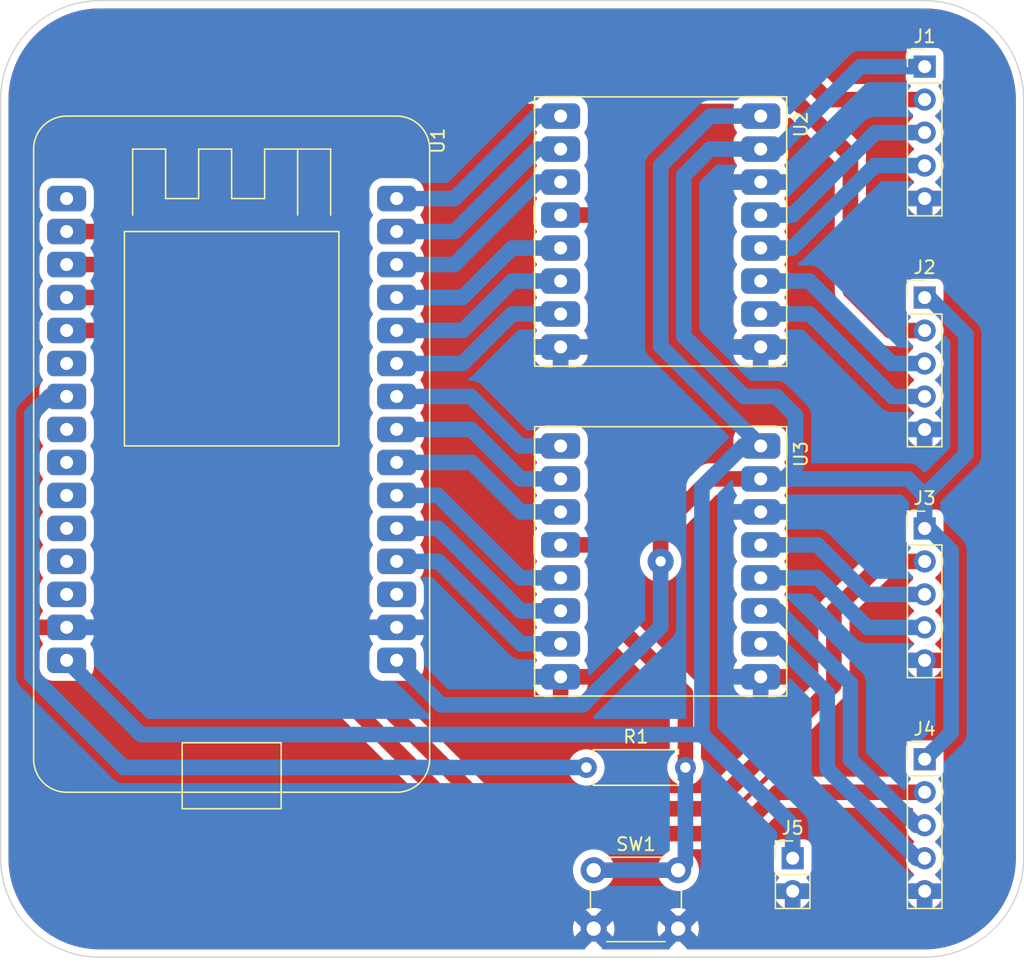
<source format=kicad_pcb>
(kicad_pcb (version 20211014) (generator pcbnew)
  (layers (0 "F.Cu" signal) (31 "B.Cu" signal) (44 "Edge.Cuts" user))
  (net 0 "")
  (net 1 "+3.3V")
  (net 2 "/POS_A")
  (net 3 "/A01")
  (net 4 "/A02")
  (net 5 "GND")
  (net 6 "/POS_B")
  (net 7 "/B01")
  (net 8 "/B02")
  (net 9 "/POS_C")
  (net 10 "/C01")
  (net 11 "/C02")
  (net 12 "/POS_D")
  (net 13 "/D01")
  (net 14 "/D02")
  (net 15 "VCC")
  (net 16 "/STBY")
  (net 17 "/STBY_D")
  (net 27 "/PWMD")
  (net 28 "/DIN2")
  (net 29 "/DIN1")
  (net 30 "/CIN2")
  (net 31 "/CIN1")
  (net 32 "/PWMC")
  (net 33 "/PWMB")
  (net 34 "/BIN2")
  (net 35 "/BIN1")
  (net 36 "/AIN2")
  (net 37 "/AIN1")
  (net 38 "/PWMA")
  (footprint "New_library:TB6612 module" (layer "F.Cu") (at 132.08 76.2 -90)
    (fp_text reference "U3" (at -8.255 -10.795 90) (layer "F.SilkS"))
    (fp_text value "TB6612_module")
    (fp_line (start 10.37 9.7) (end 10.37 -9.7) (layer "F.SilkS") (width 0.12))
    (fp_line (start -10.37 9.7) (end 10.37 9.7) (layer "F.SilkS") (width 0.12))
    (fp_line (start -10.37 -9.7) (end -10.37 9.7) (layer "F.SilkS") (width 0.12))
    (fp_line (start 10.37 -9.7) (end -10.37 -9.7) (layer "F.SilkS") (width 0.12))
    (pad "1" thru_hole roundrect (at -8.89 7.7 270) (size 1.96 3) (drill 1) (layers *.Cu *.Mask) (net 32 "/PWMC"))
    (pad "2" thru_hole roundrect (at -6.35 7.7 270) (size 1.96 3) (drill 1) (layers *.Cu *.Mask) (net 31 "/CIN1"))
    (pad "3" thru_hole roundrect (at -3.81 7.7 270) (size 1.96 3) (drill 1) (layers *.Cu *.Mask) (net 30 "/CIN2"))
    (pad "4" thru_hole roundrect (at -1.27 7.7 270) (size 1.96 3) (drill 1) (layers *.Cu *.Mask) (net 17 "/STBY_D"))
    (pad "5" thru_hole roundrect (at 1.27 7.7 270) (size 1.96 3) (drill 1) (layers *.Cu *.Mask) (net 29 "/DIN1"))
    (pad "6" thru_hole roundrect (at 3.81 7.7 270) (size 1.96 3) (drill 1) (layers *.Cu *.Mask) (net 28 "/DIN2"))
    (pad "7" thru_hole roundrect (at 6.35 7.7 270) (size 1.96 3) (drill 1) (layers *.Cu *.Mask) (net 27 "/PWMD"))
    (pad "8" thru_hole roundrect (at 8.89 7.7 270) (size 1.96 3) (drill 1) (layers *.Cu *.Mask) (net 5 "GND"))
    (pad "9" thru_hole roundrect (at 8.89 -7.7 270) (size 1.96 3) (drill 1) (layers *.Cu *.Mask) (net 5 "GND"))
    (pad "10" thru_hole roundrect (at 6.35 -7.7 270) (size 1.96 3) (drill 1) (layers *.Cu *.Mask) (net 13 "/D01"))
    (pad "11" thru_hole roundrect (at 3.81 -7.7 270) (size 1.96 3) (drill 1) (layers *.Cu *.Mask) (net 14 "/D02"))
    (pad "12" thru_hole roundrect (at 1.27 -7.7 270) (size 1.96 3) (drill 1) (layers *.Cu *.Mask) (net 11 "/C02"))
    (pad "13" thru_hole roundrect (at -1.27 -7.7 270) (size 1.96 3) (drill 1) (layers *.Cu *.Mask) (net 10 "/C01"))
    (pad "14" thru_hole roundrect (at -3.81 -7.7 270) (size 1.96 3) (drill 1) (layers *.Cu *.Mask) (net 5 "GND"))
    (pad "15" thru_hole roundrect (at -6.35 -7.7 270) (size 1.96 3) (drill 1) (layers *.Cu *.Mask) (net 1 "+3.3V"))
    (pad "16" thru_hole roundrect (at -8.89 -7.7 270) (size 1.96 3) (drill 1) (layers *.Cu *.Mask) (net 15 "VCC"))
  )
  (footprint "Connector_PinHeader_2.54mm:PinHeader_1x05_P2.54mm_Vertical" (layer "F.Cu") (at 152.4 73.665)
    (fp_text reference "J3" (at 0 -2.33) (layer "F.SilkS"))
    (fp_text value "Conn_01x05_Male")
    (fp_line (start -1.33 11.49) (end 1.33 11.49) (layer "F.SilkS") (width 0.12))
    (fp_line (start -1.33 1.27) (end -1.33 11.49) (layer "F.SilkS") (width 0.12))
    (fp_line (start -1.33 0) (end -1.33 -1.33) (layer "F.SilkS") (width 0.12))
    (fp_line (start -1.33 -1.33) (end 0 -1.33) (layer "F.SilkS") (width 0.12))
    (fp_line (start 1.33 1.27) (end 1.33 11.49) (layer "F.SilkS") (width 0.12))
    (fp_line (start -1.33 1.27) (end 1.33 1.27) (layer "F.SilkS") (width 0.12))
    (pad "1" thru_hole rect (at 0 0) (size 1.7 1.7) (drill 1) (layers *.Cu *.Mask) (net 1 "+3.3V"))
    (pad "2" thru_hole oval (at 0 2.54) (size 1.7 1.7) (drill 1) (layers *.Cu *.Mask) (net 9 "/POS_C"))
    (pad "3" thru_hole oval (at 0 5.08) (size 1.7 1.7) (drill 1) (layers *.Cu *.Mask) (net 10 "/C01"))
    (pad "4" thru_hole oval (at 0 7.62) (size 1.7 1.7) (drill 1) (layers *.Cu *.Mask) (net 11 "/C02"))
    (pad "5" thru_hole oval (at 0 10.16) (size 1.7 1.7) (drill 1) (layers *.Cu *.Mask) (net 5 "GND"))
  )
  (footprint "Connector_PinHeader_2.54mm:PinHeader_1x05_P2.54mm_Vertical" (layer "F.Cu") (at 152.4 38.1)
    (fp_text reference "J1" (at 0 -2.33) (layer "F.SilkS"))
    (fp_text value "Conn_01x05_Male")
    (fp_line (start -1.33 1.27) (end -1.33 11.49) (layer "F.SilkS") (width 0.12))
    (fp_line (start -1.33 1.27) (end 1.33 1.27) (layer "F.SilkS") (width 0.12))
    (fp_line (start -1.33 11.49) (end 1.33 11.49) (layer "F.SilkS") (width 0.12))
    (fp_line (start -1.33 -1.33) (end 0 -1.33) (layer "F.SilkS") (width 0.12))
    (fp_line (start 1.33 1.27) (end 1.33 11.49) (layer "F.SilkS") (width 0.12))
    (fp_line (start -1.33 0) (end -1.33 -1.33) (layer "F.SilkS") (width 0.12))
    (pad "1" thru_hole rect (at 0 0) (size 1.7 1.7) (drill 1) (layers *.Cu *.Mask) (net 1 "+3.3V"))
    (pad "2" thru_hole oval (at 0 2.54) (size 1.7 1.7) (drill 1) (layers *.Cu *.Mask) (net 2 "/POS_A"))
    (pad "3" thru_hole oval (at 0 5.08) (size 1.7 1.7) (drill 1) (layers *.Cu *.Mask) (net 3 "/A01"))
    (pad "4" thru_hole oval (at 0 7.62) (size 1.7 1.7) (drill 1) (layers *.Cu *.Mask) (net 4 "/A02"))
    (pad "5" thru_hole oval (at 0 10.16) (size 1.7 1.7) (drill 1) (layers *.Cu *.Mask) (net 5 "GND"))
  )
  (footprint "Resistor_THT:R_Axial_DIN0207_L6.3mm_D2.5mm_P7.62mm_Horizontal" (layer "F.Cu") (at 126.365 92.075)
    (fp_text reference "R1" (at 3.81 -2.37) (layer "F.SilkS"))
    (fp_text value "10k")
    (fp_line (start 0.54 1.37) (end 7.08 1.37) (layer "F.SilkS") (width 0.12))
    (fp_line (start 7.08 -1.37) (end 7.08 -1.04) (layer "F.SilkS") (width 0.12))
    (fp_line (start 0.54 1.04) (end 0.54 1.37) (layer "F.SilkS") (width 0.12))
    (fp_line (start 0.54 -1.37) (end 7.08 -1.37) (layer "F.SilkS") (width 0.12))
    (fp_line (start 0.54 -1.04) (end 0.54 -1.37) (layer "F.SilkS") (width 0.12))
    (fp_line (start 7.08 1.37) (end 7.08 1.04) (layer "F.SilkS") (width 0.12))
    (pad "1" thru_hole circle (at 0 0) (size 1.6 1.6) (drill 0.8) (layers *.Cu *.Mask) (net 16 "/STBY"))
    (pad "2" thru_hole oval (at 7.62 0) (size 1.6 1.6) (drill 0.8) (layers *.Cu *.Mask) (net 17 "/STBY_D"))
  )
  (footprint "New_library:TB6612 module" (layer "F.Cu") (at 132.08 50.8 -90)
    (fp_text reference "U2" (at -8.255 -10.795 90) (layer "F.SilkS"))
    (fp_text value "TB6612_module")
    (fp_line (start 10.37 -9.7) (end -10.37 -9.7) (layer "F.SilkS") (width 0.12))
    (fp_line (start 10.37 9.7) (end 10.37 -9.7) (layer "F.SilkS") (width 0.12))
    (fp_line (start -10.37 9.7) (end 10.37 9.7) (layer "F.SilkS") (width 0.12))
    (fp_line (start -10.37 -9.7) (end -10.37 9.7) (layer "F.SilkS") (width 0.12))
    (pad "1" thru_hole roundrect (at -8.89 7.7 270) (size 1.96 3) (drill 1) (layers *.Cu *.Mask) (net 38 "/PWMA"))
    (pad "2" thru_hole roundrect (at -6.35 7.7 270) (size 1.96 3) (drill 1) (layers *.Cu *.Mask) (net 37 "/AIN1"))
    (pad "3" thru_hole roundrect (at -3.81 7.7 270) (size 1.96 3) (drill 1) (layers *.Cu *.Mask) (net 36 "/AIN2"))
    (pad "4" thru_hole roundrect (at -1.27 7.7 270) (size 1.96 3) (drill 1) (layers *.Cu *.Mask) (net 17 "/STBY_D"))
    (pad "5" thru_hole roundrect (at 1.27 7.7 270) (size 1.96 3) (drill 1) (layers *.Cu *.Mask) (net 35 "/BIN1"))
    (pad "6" thru_hole roundrect (at 3.81 7.7 270) (size 1.96 3) (drill 1) (layers *.Cu *.Mask) (net 34 "/BIN2"))
    (pad "7" thru_hole roundrect (at 6.35 7.7 270) (size 1.96 3) (drill 1) (layers *.Cu *.Mask) (net 33 "/PWMB"))
    (pad "8" thru_hole roundrect (at 8.89 7.7 270) (size 1.96 3) (drill 1) (layers *.Cu *.Mask) (net 5 "GND"))
    (pad "9" thru_hole roundrect (at 8.89 -7.7 270) (size 1.96 3) (drill 1) (layers *.Cu *.Mask) (net 5 "GND"))
    (pad "10" thru_hole roundrect (at 6.35 -7.7 270) (size 1.96 3) (drill 1) (layers *.Cu *.Mask) (net 7 "/B01"))
    (pad "11" thru_hole roundrect (at 3.81 -7.7 270) (size 1.96 3) (drill 1) (layers *.Cu *.Mask) (net 8 "/B02"))
    (pad "12" thru_hole roundrect (at 1.27 -7.7 270) (size 1.96 3) (drill 1) (layers *.Cu *.Mask) (net 4 "/A02"))
    (pad "13" thru_hole roundrect (at -1.27 -7.7 270) (size 1.96 3) (drill 1) (layers *.Cu *.Mask) (net 3 "/A01"))
    (pad "14" thru_hole roundrect (at -3.81 -7.7 270) (size 1.96 3) (drill 1) (layers *.Cu *.Mask) (net 5 "GND"))
    (pad "15" thru_hole roundrect (at -6.35 -7.7 270) (size 1.96 3) (drill 1) (layers *.Cu *.Mask) (net 1 "+3.3V"))
    (pad "16" thru_hole roundrect (at -8.89 -7.7 270) (size 1.96 3) (drill 1) (layers *.Cu *.Mask) (net 15 "VCC"))
  )
  (footprint "Connector_PinHeader_2.54mm:PinHeader_1x02_P2.54mm_Vertical" (layer "F.Cu") (at 142.24 99.06)
    (fp_text reference "J5" (at 0 -2.33) (layer "F.SilkS"))
    (fp_text value "Conn_01x02_Male")
    (fp_line (start -1.33 0) (end -1.33 -1.33) (layer "F.SilkS") (width 0.12))
    (fp_line (start -1.33 3.87) (end 1.33 3.87) (layer "F.SilkS") (width 0.12))
    (fp_line (start -1.33 -1.33) (end 0 -1.33) (layer "F.SilkS") (width 0.12))
    (fp_line (start -1.33 1.27) (end 1.33 1.27) (layer "F.SilkS") (width 0.12))
    (fp_line (start -1.33 1.27) (end -1.33 3.87) (layer "F.SilkS") (width 0.12))
    (fp_line (start 1.33 1.27) (end 1.33 3.87) (layer "F.SilkS") (width 0.12))
    (pad "1" thru_hole rect (at 0 0) (size 1.7 1.7) (drill 1) (layers *.Cu *.Mask) (net 15 "VCC"))
    (pad "2" thru_hole oval (at 0 2.54) (size 1.7 1.7) (drill 1) (layers *.Cu *.Mask) (net 5 "GND"))
  )
  (footprint "Connector_PinHeader_2.54mm:PinHeader_1x05_P2.54mm_Vertical" (layer "F.Cu") (at 152.4 55.885)
    (fp_text reference "J2" (at 0 -2.33) (layer "F.SilkS"))
    (fp_text value "Conn_01x05_Male")
    (fp_line (start -1.33 1.27) (end 1.33 1.27) (layer "F.SilkS") (width 0.12))
    (fp_line (start 1.33 1.27) (end 1.33 11.49) (layer "F.SilkS") (width 0.12))
    (fp_line (start -1.33 1.27) (end -1.33 11.49) (layer "F.SilkS") (width 0.12))
    (fp_line (start -1.33 -1.33) (end 0 -1.33) (layer "F.SilkS") (width 0.12))
    (fp_line (start -1.33 11.49) (end 1.33 11.49) (layer "F.SilkS") (width 0.12))
    (fp_line (start -1.33 0) (end -1.33 -1.33) (layer "F.SilkS") (width 0.12))
    (pad "1" thru_hole rect (at 0 0) (size 1.7 1.7) (drill 1) (layers *.Cu *.Mask) (net 1 "+3.3V"))
    (pad "2" thru_hole oval (at 0 2.54) (size 1.7 1.7) (drill 1) (layers *.Cu *.Mask) (net 6 "/POS_B"))
    (pad "3" thru_hole oval (at 0 5.08) (size 1.7 1.7) (drill 1) (layers *.Cu *.Mask) (net 8 "/B02"))
    (pad "4" thru_hole oval (at 0 7.62) (size 1.7 1.7) (drill 1) (layers *.Cu *.Mask) (net 7 "/B01"))
    (pad "5" thru_hole oval (at 0 10.16) (size 1.7 1.7) (drill 1) (layers *.Cu *.Mask) (net 5 "GND"))
  )
  (footprint "Connector_PinHeader_2.54mm:PinHeader_1x05_P2.54mm_Vertical" (layer "F.Cu") (at 152.4 91.44)
    (fp_text reference "J4" (at 0 -2.33) (layer "F.SilkS"))
    (fp_text value "Conn_01x05_Male")
    (fp_line (start -1.33 0) (end -1.33 -1.33) (layer "F.SilkS") (width 0.12))
    (fp_line (start 1.33 1.27) (end 1.33 11.49) (layer "F.SilkS") (width 0.12))
    (fp_line (start -1.33 11.49) (end 1.33 11.49) (layer "F.SilkS") (width 0.12))
    (fp_line (start -1.33 1.27) (end -1.33 11.49) (layer "F.SilkS") (width 0.12))
    (fp_line (start -1.33 -1.33) (end 0 -1.33) (layer "F.SilkS") (width 0.12))
    (fp_line (start -1.33 1.27) (end 1.33 1.27) (layer "F.SilkS") (width 0.12))
    (pad "1" thru_hole rect (at 0 0) (size 1.7 1.7) (drill 1) (layers *.Cu *.Mask) (net 1 "+3.3V"))
    (pad "2" thru_hole oval (at 0 2.54) (size 1.7 1.7) (drill 1) (layers *.Cu *.Mask) (net 12 "/POS_D"))
    (pad "3" thru_hole oval (at 0 5.08) (size 1.7 1.7) (drill 1) (layers *.Cu *.Mask) (net 14 "/D02"))
    (pad "4" thru_hole oval (at 0 7.62) (size 1.7 1.7) (drill 1) (layers *.Cu *.Mask) (net 13 "/D01"))
    (pad "5" thru_hole oval (at 0 10.16) (size 1.7 1.7) (drill 1) (layers *.Cu *.Mask) (net 5 "GND"))
  )
  (footprint "Button_Switch_THT:SW_PUSH_6mm_H4.3mm" (layer "F.Cu") (at 126.925 99.985)
    (fp_text reference "SW1" (at 3.25 -2) (layer "F.SilkS"))
    (fp_text value "SW_SPST")
    (fp_line (start 5.5 -1) (end 1 -1) (layer "F.SilkS") (width 0.12))
    (fp_line (start 6.75 3) (end 6.75 1.5) (layer "F.SilkS") (width 0.12))
    (fp_line (start 1 5.5) (end 5.5 5.5) (layer "F.SilkS") (width 0.12))
    (fp_line (start -0.25 1.5) (end -0.25 3) (layer "F.SilkS") (width 0.12))
    (pad "1" thru_hole circle (at 6.5 0 90) (size 2 2) (drill 1.1) (layers *.Cu *.Mask) (net 17 "/STBY_D"))
    (pad "1" thru_hole circle (at 0 0 90) (size 2 2) (drill 1.1) (layers *.Cu *.Mask) (net 17 "/STBY_D"))
    (pad "2" thru_hole circle (at 6.5 4.5 90) (size 2 2) (drill 1.1) (layers *.Cu *.Mask) (net 5 "GND"))
    (pad "2" thru_hole circle (at 0 4.5 90) (size 2 2) (drill 1.1) (layers *.Cu *.Mask) (net 5 "GND"))
  )
  (footprint "New_library:ESP32-devkit-v1" (layer "F.Cu") (at 99.06 66.04 -90)
    (fp_text reference "U1" (at -22.225 -15.875 90) (layer "F.SilkS"))
    (fp_text value "ESP32-devkit-v1")
    (fp_line (start -17.78 5.08) (end -17.78 2.54) (layer "F.SilkS") (width 0.12))
    (fp_line (start -21.59 7.62) (end -21.59 5.08) (layer "F.SilkS") (width 0.12))
    (fp_line (start -17.78 -2.54) (end -21.59 -2.54) (layer "F.SilkS") (width 0.12))
    (fp_line (start -21.59 -2.54) (end -21.59 -5.08) (layer "F.SilkS") (width 0.12))
    (fp_line (start -21.59 2.54) (end -21.59 0) (layer "F.SilkS") (width 0.12))
    (fp_line (start -21.59 -7.62) (end -16.51 -7.62) (layer "F.SilkS") (width 0.12))
    (fp_line (start -17.78 2.54) (end -21.59 2.54) (layer "F.SilkS") (width 0.12))
    (fp_line (start -21.59 5.08) (end -17.78 5.08) (layer "F.SilkS") (width 0.12))
    (fp_line (start -17.78 0) (end -17.78 -2.54) (layer "F.SilkS") (width 0.12))
    (fp_line (start -16.51 7.62) (end -21.59 7.62) (layer "F.SilkS") (width 0.12))
    (fp_line (start 25.4 -15.24) (end -21.59 -15.24) (layer "F.SilkS") (width 0.12))
    (fp_line (start -24.13 -12.7) (end -24.13 12.7) (layer "F.SilkS") (width 0.12))
    (fp_line (start -21.59 15.24) (end 25.4 15.24) (layer "F.SilkS") (width 0.12))
    (fp_line (start -21.59 -5.08) (end -16.51 -5.08) (layer "F.SilkS") (width 0.12))
    (fp_line (start -21.59 0) (end -17.78 0) (layer "F.SilkS") (width 0.12))
    (fp_line (start -21.59 -5.08) (end -21.59 -7.62) (layer "F.SilkS") (width 0.12))
    (fp_line (start 27.94 12.7) (end 27.94 -12.7) (layer "F.SilkS") (width 0.12))
    (fp_rect (start 24.13 -3.81) (end 29.21 3.81) (layer "F.SilkS") (width 0.12) (fill none))
    (fp_rect (start -15.24 -8.255) (end 1.27 8.255) (layer "F.SilkS") (width 0.12) (fill none))
    (fp_arc (start -24.13 -12.7) (mid -23.386051 -14.496051) (end -21.59 -15.24) (layer "F.SilkS") (width 0.12))
    (fp_arc (start 27.94 12.7) (mid 27.196051 14.496051) (end 25.4 15.24) (layer "F.SilkS") (width 0.12))
    (fp_arc (start -21.59 15.24) (mid -23.386051 14.496051) (end -24.13 12.7) (layer "F.SilkS") (width 0.12))
    (fp_arc (start 25.4 -15.24) (mid 27.196051 -14.496051) (end 27.94 -12.7) (layer "F.SilkS") (width 0.12))
    (pad "1" thru_hole roundrect (at -17.78 12.7 270) (size 1.96 3) (drill 1) (layers *.Cu *.Mask))
    (pad "2" thru_hole roundrect (at -15.24 12.7 270) (size 1.96 3) (drill 1) (layers *.Cu *.Mask) (net 2 "/POS_A"))
    (pad "3" thru_hole roundrect (at -12.7 12.7 270) (size 1.96 3) (drill 1) (layers *.Cu *.Mask) (net 6 "/POS_B"))
    (pad "4" thru_hole roundrect (at -10.16 12.7 270) (size 1.96 3) (drill 1) (layers *.Cu *.Mask) (net 9 "/POS_C"))
    (pad "5" thru_hole roundrect (at -7.62 12.7 270) (size 1.96 3) (drill 1) (layers *.Cu *.Mask) (net 12 "/POS_D"))
    (pad "6" thru_hole roundrect (at -5.08 12.7 270) (size 1.96 3) (drill 1) (layers *.Cu *.Mask))
    (pad "7" thru_hole roundrect (at -2.54 12.7 270) (size 1.96 3) (drill 1) (layers *.Cu *.Mask) (net 16 "/STBY"))
    (pad "8" thru_hole roundrect (at 0 12.7 270) (size 1.96 3) (drill 1) (layers *.Cu *.Mask))
    (pad "9" thru_hole roundrect (at 2.54 12.7 270) (size 1.96 3) (drill 1) (layers *.Cu *.Mask))
    (pad "10" thru_hole roundrect (at 5.08 12.7 270) (size 1.96 3) (drill 1) (layers *.Cu *.Mask))
    (pad "11" thru_hole roundrect (at 7.62 12.7 270) (size 1.96 3) (drill 1) (layers *.Cu *.Mask))
    (pad "12" thru_hole roundrect (at 10.16 12.7 270) (size 1.96 3) (drill 1) (layers *.Cu *.Mask))
    (pad "13" thru_hole roundrect (at 12.7 12.7 270) (size 1.96 3) (drill 1) (layers *.Cu *.Mask))
    (pad "14" thru_hole roundrect (at 15.24 12.7 270) (size 1.96 3) (drill 1) (layers *.Cu *.Mask) (net 5 "GND"))
    (pad "15" thru_hole roundrect (at 17.78 12.7 270) (size 1.96 3) (drill 1) (layers *.Cu *.Mask) (net 15 "VCC"))
    (pad "16" thru_hole roundrect (at 17.78 -12.7 270) (size 1.96 3) (drill 1) (layers *.Cu *.Mask) (net 1 "+3.3V"))
    (pad "17" thru_hole roundrect (at 15.24 -12.7 270) (size 1.96 3) (drill 1) (layers *.Cu *.Mask) (net 5 "GND"))
    (pad "18" thru_hole roundrect (at 12.7 -12.7 270) (size 1.96 3) (drill 1) (layers *.Cu *.Mask))
    (pad "19" thru_hole roundrect (at 10.16 -12.7 270) (size 1.96 3) (drill 1) (layers *.Cu *.Mask) (net 27 "/PWMD"))
    (pad "20" thru_hole roundrect (at 7.62 -12.7 270) (size 1.96 3) (drill 1) (layers *.Cu *.Mask) (net 28 "/DIN2"))
    (pad "21" thru_hole roundrect (at 5.08 -12.7 270) (size 1.96 3) (drill 1) (layers *.Cu *.Mask) (net 29 "/DIN1"))
    (pad "22" thru_hole roundrect (at 2.54 -12.7 270) (size 1.96 3) (drill 1) (layers *.Cu *.Mask) (net 30 "/CIN2"))
    (pad "23" thru_hole roundrect (at 0 -12.7 270) (size 1.96 3) (drill 1) (layers *.Cu *.Mask) (net 31 "/CIN1"))
    (pad "24" thru_hole roundrect (at -2.54 -12.7 270) (size 1.96 3) (drill 1) (layers *.Cu *.Mask) (net 32 "/PWMC"))
    (pad "25" thru_hole roundrect (at -5.08 -12.7 270) (size 1.96 3) (drill 1) (layers *.Cu *.Mask) (net 33 "/PWMB"))
    (pad "26" thru_hole roundrect (at -7.62 -12.7 270) (size 1.96 3) (drill 1) (layers *.Cu *.Mask) (net 34 "/BIN2"))
    (pad "27" thru_hole roundrect (at -10.16 -12.7 270) (size 1.96 3) (drill 1) (layers *.Cu *.Mask) (net 35 "/BIN1"))
    (pad "28" thru_hole roundrect (at -12.7 -12.7 270) (size 1.96 3) (drill 1) (layers *.Cu *.Mask) (net 36 "/AIN2"))
    (pad "29" thru_hole roundrect (at -15.24 -12.7 270) (size 1.96 3) (drill 1) (layers *.Cu *.Mask) (net 37 "/AIN1"))
    (pad "30" thru_hole roundrect (at -17.78 -12.7 270) (size 1.96 3) (drill 1) (layers *.Cu *.Mask) (net 38 "/PWMA"))
  )
  (gr_line (start 81.28 40.64) (end 81.28 99.06) (layer "Edge.Cuts") (width 0.1))
  (gr_arc (start 81.28 40.64) (mid 83.511846 35.251846) (end 88.9 33.02) (layer "Edge.Cuts") (width 0.1))
  (gr_line (start 152.4 33.02) (end 88.9 33.02) (layer "Edge.Cuts") (width 0.1))
  (gr_arc (start 88.9 106.68) (mid 83.511846 104.448154) (end 81.28 99.06) (layer "Edge.Cuts") (width 0.1))
  (gr_line (start 152.4 106.68) (end 88.9 106.68) (layer "Edge.Cuts") (width 0.1))
  (gr_arc (start 160.02 99.06) (mid 157.788154 104.448154) (end 152.4 106.68) (layer "Edge.Cuts") (width 0.1))
  (gr_arc (start 152.4 33.02) (mid 157.788154 35.251846) (end 160.02 40.64) (layer "Edge.Cuts") (width 0.1))
  (gr_line (start 160.02 99.06) (end 160.02 40.64) (layer "Edge.Cuts") (width 0.1))
  (segment (start 132.08 73.66) (end 135.89 69.85) (width 1.2) (layer "F.Cu") (net 1))
  (segment (start 135.89 69.85) (end 139.78 69.85) (width 1.2) (layer "F.Cu") (net 1))
  (segment (start 132.08 76.2) (end 132.08 73.66) (width 1.2) (layer "F.Cu") (net 1))
  (via (at 132.08 76.2) (size 2) (drill 0.8) (layers "F.Cu" "B.Cu") (net 1))
  (segment (start 155.575 58.729146) (end 155.575 67.945) (width 1.2) (layer "B.Cu") (net 1))
  (segment (start 142.46 68.995) (end 141.605 69.85) (width 1.2) (layer "B.Cu") (net 1))
  (segment (start 154.43 75.364146) (end 154.43 89.41) (width 1.2) (layer "B.Cu") (net 1))
  (segment (start 151.13 69.85) (end 152.4 71.12) (width 1.2) (layer "B.Cu") (net 1))
  (segment (start 152.730854 73.665) (end 154.43 75.364146) (width 1.2) (layer "B.Cu") (net 1))
  (segment (start 139.78 44.45) (end 135.89 44.45) (width 1.2) (layer "B.Cu") (net 1))
  (segment (start 133.86 58.8727) (end 138.4873 63.5) (width 1.2) (layer "B.Cu") (net 1))
  (segment (start 140.97 63.5) (end 142.46 64.99) (width 1.2) (layer "B.Cu") (net 1))
  (segment (start 133.86 46.48) (end 133.86 58.8727) (width 1.2) (layer "B.Cu") (net 1))
  (segment (start 155.575 67.945) (end 152.4 71.12) (width 1.2) (layer "B.Cu") (net 1))
  (segment (start 141.605 69.85) (end 139.78 69.85) (width 1.2) (layer "B.Cu") (net 1))
  (segment (start 139.78 69.85) (end 151.13 69.85) (width 1.2) (layer "B.Cu") (net 1))
  (segment (start 154.43 89.41) (end 152.4 91.44) (width 1.2) (layer "B.Cu") (net 1))
  (segment (start 152.4 71.12) (end 152.4 73.665) (width 1.2) (layer "B.Cu") (net 1))
  (segment (start 126.081737 87.25) (end 132.08 81.251737) (width 1.2) (layer "B.Cu") (net 1))
  (segment (start 138.4873 63.5) (end 140.97 63.5) (width 1.2) (layer "B.Cu") (net 1))
  (segment (start 135.89 44.45) (end 133.86 46.48) (width 1.2) (layer "B.Cu") (net 1))
  (segment (start 152.730854 55.885) (end 155.575 58.729146) (width 1.2) (layer "B.Cu") (net 1))
  (segment (start 115.19 87.25) (end 126.081737 87.25) (width 1.2) (layer "B.Cu") (net 1))
  (segment (start 111.76 83.82) (end 115.19 87.25) (width 1.2) (layer "B.Cu") (net 1))
  (segment (start 152.4 73.665) (end 152.730854 73.665) (width 1.2) (layer "B.Cu") (net 1))
  (segment (start 139.78 44.45) (end 141.101737 44.45) (width 1.2) (layer "B.Cu") (net 1))
  (segment (start 141.101737 44.45) (end 147.451737 38.1) (width 1.2) (layer "B.Cu") (net 1))
  (segment (start 142.46 64.99) (end 142.46 68.995) (width 1.2) (layer "B.Cu") (net 1))
  (segment (start 152.4 55.885) (end 152.730854 55.885) (width 1.2) (layer "B.Cu") (net 1))
  (segment (start 132.08 81.251737) (end 132.08 76.2) (width 1.2) (layer "B.Cu") (net 1))
  (segment (start 147.451737 38.1) (end 152.4 38.1) (width 1.2) (layer "B.Cu") (net 1))
  (segment (start 115.065 37.97) (end 102.235 50.8) (width 1.2) (layer "F.Cu") (net 2))
  (segment (start 102.235 50.8) (end 86.36 50.8) (width 1.2) (layer "F.Cu") (net 2))
  (segment (start 144.889037 40.64) (end 142.219037 37.97) (width 1.2) (layer "F.Cu") (net 2))
  (segment (start 152.4 40.64) (end 144.889037 40.64) (width 1.2) (layer "F.Cu") (net 2))
  (segment (start 142.219037 37.97) (end 115.065 37.97) (width 1.2) (layer "F.Cu") (net 2))
  (segment (start 142.24 49.53) (end 148.59 43.18) (width 1.2) (layer "B.Cu") (net 3))
  (segment (start 148.59 43.18) (end 152.4 43.18) (width 1.2) (layer "B.Cu") (net 3))
  (segment (start 139.78 49.53) (end 142.24 49.53) (width 1.2) (layer "B.Cu") (net 3))
  (segment (start 142.2173 52.07) (end 148.5673 45.72) (width 1.2) (layer "B.Cu") (net 4))
  (segment (start 148.5673 45.72) (end 152.4 45.72) (width 1.2) (layer "B.Cu") (net 4))
  (segment (start 139.78 52.07) (end 142.2173 52.07) (width 1.2) (layer "B.Cu") (net 4))
  (segment (start 149.7375 58.425) (end 146.685 55.3725) (width 1.2) (layer "F.Cu") (net 6))
  (segment (start 146.685 55.3725) (end 146.685 44.953263) (width 1.2) (layer "F.Cu") (net 6))
  (segment (start 146.685 44.953263) (end 141.481737 39.75) (width 1.2) (layer "F.Cu") (net 6))
  (segment (start 152.4 58.425) (end 149.7375 58.425) (width 1.2) (layer "F.Cu") (net 6))
  (segment (start 115.825 39.75) (end 102.235 53.34) (width 1.2) (layer "F.Cu") (net 6))
  (segment (start 102.235 53.34) (end 86.36 53.34) (width 1.2) (layer "F.Cu") (net 6))
  (segment (start 141.481737 39.75) (end 115.825 39.75) (width 1.2) (layer "F.Cu") (net 6))
  (segment (start 149.90781 63.505) (end 152.4 63.505) (width 1.2) (layer "B.Cu") (net 7))
  (segment (start 143.55281 57.15) (end 149.90781 63.505) (width 1.2) (layer "B.Cu") (net 7))
  (segment (start 139.78 57.15) (end 143.55281 57.15) (width 1.2) (layer "B.Cu") (net 7))
  (segment (start 139.78 54.61) (end 143.53011 54.61) (width 1.2) (layer "B.Cu") (net 8))
  (segment (start 143.53011 54.61) (end 149.88511 60.965) (width 1.2) (layer "B.Cu") (net 8))
  (segment (start 149.88511 60.965) (end 152.4 60.965) (width 1.2) (layer "B.Cu") (net 8))
  (segment (start 102.235 64.77) (end 93.345 55.88) (width 1.2) (layer "F.Cu") (net 9))
  (segment (start 135.89 95.25) (end 118.745 95.25) (width 1.2) (layer "F.Cu") (net 9))
  (segment (start 145.415 85.725) (end 135.89 95.25) (width 1.2) (layer "F.Cu") (net 9))
  (segment (start 118.745 95.25) (end 102.235 78.74) (width 1.2) (layer "F.Cu") (net 9))
  (segment (start 149.22 76.205) (end 145.415 80.01) (width 1.2) (layer "F.Cu") (net 9))
  (segment (start 102.235 78.74) (end 102.235 64.77) (width 1.2) (layer "F.Cu") (net 9))
  (segment (start 152.4 76.205) (end 149.22 76.205) (width 1.2) (layer "F.Cu") (net 9))
  (segment (start 145.415 80.01) (end 145.415 85.725) (width 1.2) (layer "F.Cu") (net 9))
  (segment (start 93.345 55.88) (end 86.36 55.88) (width 1.2) (layer "F.Cu") (net 9))
  (segment (start 144.145 74.93) (end 147.96 78.745) (width 1.2) (layer "B.Cu") (net 10))
  (segment (start 139.78 74.93) (end 144.145 74.93) (width 1.2) (layer "B.Cu") (net 10))
  (segment (start 147.96 78.745) (end 152.4 78.745) (width 1.2) (layer "B.Cu") (net 10))
  (segment (start 147.9827 81.285) (end 152.4 81.285) (width 1.2) (layer "B.Cu") (net 11))
  (segment (start 139.78 77.47) (end 144.1677 77.47) (width 1.2) (layer "B.Cu") (net 11))
  (segment (start 144.1677 77.47) (end 147.9827 81.285) (width 1.2) (layer "B.Cu") (net 11))
  (segment (start 152.4 93.98) (end 141.073993 93.98) (width 1.2) (layer "F.Cu") (net 12))
  (segment (start 100.455 65.5073) (end 93.3677 58.42) (width 1.2) (layer "F.Cu") (net 12))
  (segment (start 141.073993 93.98) (end 137.883993 97.17) (width 1.2) (layer "F.Cu") (net 12))
  (segment (start 137.883993 97.17) (end 118.1477 97.17) (width 1.2) (layer "F.Cu") (net 12))
  (segment (start 118.1477 97.17) (end 100.455 79.4773) (width 1.2) (layer "F.Cu") (net 12))
  (segment (start 93.3677 58.42) (end 86.36 58.42) (width 1.2) (layer "F.Cu") (net 12))
  (segment (start 100.455 79.4773) (end 100.455 65.5073) (width 1.2) (layer "F.Cu") (net 12))
  (segment (start 144.905 92.2) (end 151.765 99.06) (width 1.2) (layer "B.Cu") (net 13))
  (segment (start 151.765 99.06) (end 152.4 99.06) (width 1.2) (layer "B.Cu") (net 13))
  (segment (start 144.905 86.353263) (end 144.905 92.2) (width 1.2) (layer "B.Cu") (net 13))
  (segment (start 141.101737 82.55) (end 144.905 86.353263) (width 1.2) (layer "B.Cu") (net 13))
  (segment (start 139.78 82.55) (end 141.101737 82.55) (width 1.2) (layer "B.Cu") (net 13))
  (segment (start 151.765 96.52) (end 152.4 96.52) (width 1.2) (layer "B.Cu") (net 14))
  (segment (start 141.101737 80.01) (end 146.685 85.593263) (width 1.2) (layer "B.Cu") (net 14))
  (segment (start 139.78 80.01) (end 141.101737 80.01) (width 1.2) (layer "B.Cu") (net 14))
  (segment (start 146.685 91.44) (end 151.765 96.52) (width 1.2) (layer "B.Cu") (net 14))
  (segment (start 146.685 85.593263) (end 146.685 91.44) (width 1.2) (layer "B.Cu") (net 14))
  (segment (start 135.255 89.535) (end 135.255 88.9) (width 1.2) (layer "B.Cu") (net 15))
  (segment (start 135.89 41.91) (end 132.08 45.72) (width 1.2) (layer "B.Cu") (net 15))
  (segment (start 92.075 89.535) (end 135.255 89.535) (width 1.2) (layer "B.Cu") (net 15))
  (segment (start 135.255 88.9) (end 135.255 70.485) (width 1.2) (layer "B.Cu") (net 15))
  (segment (start 132.08 45.72) (end 132.08 59.61) (width 1.2) (layer "B.Cu") (net 15))
  (segment (start 132.08 59.61) (end 139.78 67.31) (width 1.2) (layer "B.Cu") (net 15))
  (segment (start 138.43 67.31) (end 139.78 67.31) (width 1.2) (layer "B.Cu") (net 15))
  (segment (start 142.24 96.52) (end 142.24 99.06) (width 1.2) (layer "B.Cu") (net 15))
  (segment (start 135.255 70.485) (end 138.43 67.31) (width 1.2) (layer "B.Cu") (net 15))
  (segment (start 86.36 83.82) (end 92.075 89.535) (width 1.2) (layer "B.Cu") (net 15))
  (segment (start 135.255 89.535) (end 142.24 96.52) (width 1.2) (layer "B.Cu") (net 15))
  (segment (start 139.78 41.91) (end 135.89 41.91) (width 1.2) (layer "B.Cu") (net 15))
  (segment (start 86.36 63.5) (end 85.038263 63.5) (width 1.2) (layer "B.Cu") (net 16))
  (segment (start 83.68 85.001737) (end 90.753263 92.075) (width 1.2) (layer "B.Cu") (net 16))
  (segment (start 83.68 64.858263) (end 83.68 85.001737) (width 1.2) (layer "B.Cu") (net 16))
  (segment (start 85.038263 63.5) (end 83.68 64.858263) (width 1.2) (layer "B.Cu") (net 16))
  (segment (start 90.753263 92.075) (end 126.365 92.075) (width 1.2) (layer "B.Cu") (net 16))
  (segment (start 128.905 81.28) (end 128.905 74.93) (width 1.2) (layer "F.Cu") (net 17))
  (segment (start 133.985 92.075) (end 133.985 86.36) (width 1.2) (layer "F.Cu") (net 17))
  (segment (start 128.905 51.435) (end 128.905 74.93) (width 1.2) (layer "F.Cu") (net 17))
  (segment (start 124.38 49.53) (end 127 49.53) (width 1.2) (layer "F.Cu") (net 17))
  (segment (start 126.985868 74.93) (end 124.38 74.93) (width 1.2) (layer "F.Cu") (net 17))
  (segment (start 128.905 74.93) (end 126.985868 74.93) (width 1.2) (layer "F.Cu") (net 17))
  (segment (start 133.985 86.36) (end 128.905 81.28) (width 1.2) (layer "F.Cu") (net 17))
  (segment (start 127 49.53) (end 128.905 51.435) (width 1.2) (layer "F.Cu") (net 17))
  (segment (start 133.985 99.425) (end 133.425 99.985) (width 1.2) (layer "B.Cu") (net 17))
  (segment (start 126.925 99.985) (end 133.425 99.985) (width 1.2) (layer "B.Cu") (net 17))
  (segment (start 133.985 92.075) (end 133.985 99.425) (width 1.2) (layer "B.Cu") (net 17))
  (segment (start 114.9804 76.2) (end 121.3304 82.55) (width 1.2) (layer "B.Cu") (net 27))
  (segment (start 121.3304 82.55) (end 124.38 82.55) (width 1.2) (layer "B.Cu") (net 27))
  (segment (start 111.76 76.2) (end 114.9804 76.2) (width 1.2) (layer "B.Cu") (net 27))
  (segment (start 114.9577 73.66) (end 121.3077 80.01) (width 1.2) (layer "B.Cu") (net 28))
  (segment (start 121.3077 80.01) (end 124.38 80.01) (width 1.2) (layer "B.Cu") (net 28))
  (segment (start 111.76 73.66) (end 114.9577 73.66) (width 1.2) (layer "B.Cu") (net 28))
  (segment (start 111.76 71.12) (end 114.935 71.12) (width 1.2) (layer "B.Cu") (net 29))
  (segment (start 121.285 77.47) (end 124.38 77.47) (width 1.2) (layer "B.Cu") (net 29))
  (segment (start 114.935 71.12) (end 121.285 77.47) (width 1.2) (layer "B.Cu") (net 29))
  (segment (start 111.76 68.58) (end 117.5204 68.58) (width 1.2) (layer "B.Cu") (net 30))
  (segment (start 121.3304 72.39) (end 124.38 72.39) (width 1.2) (layer "B.Cu") (net 30))
  (segment (start 117.5204 68.58) (end 121.3304 72.39) (width 1.2) (layer "B.Cu") (net 30))
  (segment (start 111.76 66.04) (end 117.4977 66.04) (width 1.2) (layer "B.Cu") (net 31))
  (segment (start 117.4977 66.04) (end 121.3077 69.85) (width 1.2) (layer "B.Cu") (net 31))
  (segment (start 121.3077 69.85) (end 124.38 69.85) (width 1.2) (layer "B.Cu") (net 31))
  (segment (start 117.475 63.5) (end 121.285 67.31) (width 1.2) (layer "B.Cu") (net 32))
  (segment (start 111.76 63.5) (end 117.475 63.5) (width 1.2) (layer "B.Cu") (net 32))
  (segment (start 121.285 67.31) (end 124.38 67.31) (width 1.2) (layer "B.Cu") (net 32))
  (segment (start 124.38 57.15) (end 120.65 57.15) (width 1.2) (layer "B.Cu") (net 33))
  (segment (start 120.65 57.15) (end 116.84 60.96) (width 1.2) (layer "B.Cu") (net 33))
  (segment (start 116.84 60.96) (end 111.76 60.96) (width 1.2) (layer "B.Cu") (net 33))
  (segment (start 116.8627 58.42) (end 111.76 58.42) (width 1.2) (layer "B.Cu") (net 34))
  (segment (start 120.6727 54.61) (end 116.8627 58.42) (width 1.2) (layer "B.Cu") (net 34))
  (segment (start 124.38 54.61) (end 120.6727 54.61) (width 1.2) (layer "B.Cu") (net 34))
  (segment (start 120.65 52.07) (end 116.84 55.88) (width 1.2) (layer "B.Cu") (net 35))
  (segment (start 116.84 55.88) (end 111.76 55.88) (width 1.2) (layer "B.Cu") (net 35))
  (segment (start 124.38 52.07) (end 120.65 52.07) (width 1.2) (layer "B.Cu") (net 35))
  (segment (start 111.76 53.34) (end 116.205 53.34) (width 1.2) (layer "B.Cu") (net 36))
  (segment (start 116.205 53.34) (end 122.555 46.99) (width 1.2) (layer "B.Cu") (net 36))
  (segment (start 122.555 46.99) (end 124.38 46.99) (width 1.2) (layer "B.Cu") (net 36))
  (segment (start 116.2277 50.8) (end 122.5777 44.45) (width 1.2) (layer "B.Cu") (net 37))
  (segment (start 111.76 50.8) (end 116.2277 50.8) (width 1.2) (layer "B.Cu") (net 37))
  (segment (start 122.5777 44.45) (end 124.38 44.45) (width 1.2) (layer "B.Cu") (net 37))
  (segment (start 122.555 41.91) (end 124.38 41.91) (width 1.2) (layer "B.Cu") (net 38))
  (segment (start 116.205 48.26) (end 122.555 41.91) (width 1.2) (layer "B.Cu") (net 38))
  (segment (start 111.76 48.26) (end 116.205 48.26) (width 1.2) (layer "B.Cu") (net 38))
  (zone (net 5) (net_name "GND") (layers F&B.Cu) (connect_pads (clearance 0.6)) (min_thickness 0.254) (fill yes (thermal_gap 0.6) (thermal_bridge_width 1.2))
    (polygon (pts (xy 160.02 106.68) (xy 81.28 106.68) (xy 81.28 33.02) (xy 160.02 33.02)))
  )
)
</source>
